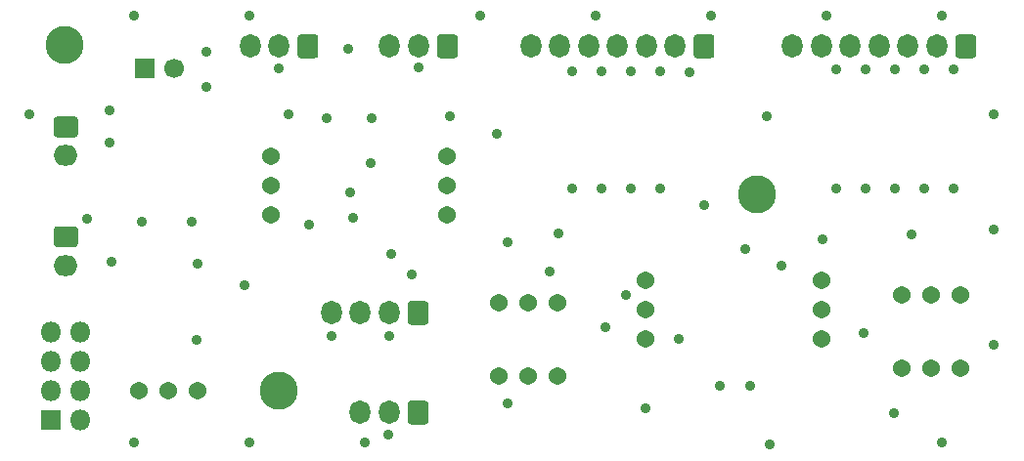
<source format=gbs>
G04 #@! TF.GenerationSoftware,KiCad,Pcbnew,(5.1.6)-1*
G04 #@! TF.CreationDate,2020-12-27T23:26:00+09:00*
G04 #@! TF.ProjectId,VUMeterAmp,56554d65-7465-4724-916d-702e6b696361,rev?*
G04 #@! TF.SameCoordinates,Original*
G04 #@! TF.FileFunction,Soldermask,Bot*
G04 #@! TF.FilePolarity,Negative*
%FSLAX46Y46*%
G04 Gerber Fmt 4.6, Leading zero omitted, Abs format (unit mm)*
G04 Created by KiCad (PCBNEW (5.1.6)-1) date 2020-12-27 23:26:00*
%MOMM*%
%LPD*%
G01*
G04 APERTURE LIST*
%ADD10O,2.100000X1.800000*%
%ADD11C,3.300000*%
%ADD12O,1.800000X2.050000*%
%ADD13C,1.540000*%
%ADD14O,1.800000X1.800000*%
%ADD15R,1.800000X1.800000*%
%ADD16C,1.700000*%
%ADD17R,1.700000X1.700000*%
%ADD18C,0.900000*%
G04 APERTURE END LIST*
D10*
X104140000Y-113625000D03*
G36*
G01*
X103354706Y-110225000D02*
X104925294Y-110225000D01*
G75*
G02*
X105190000Y-110489706I0J-264706D01*
G01*
X105190000Y-111760294D01*
G75*
G02*
X104925294Y-112025000I-264706J0D01*
G01*
X103354706Y-112025000D01*
G75*
G02*
X103090000Y-111760294I0J264706D01*
G01*
X103090000Y-110489706D01*
G75*
G02*
X103354706Y-110225000I264706J0D01*
G01*
G37*
D11*
X164000000Y-117000000D03*
X104000000Y-104000000D03*
X122555000Y-134000000D03*
D10*
X104140000Y-123150000D03*
G36*
G01*
X103354706Y-119750000D02*
X104925294Y-119750000D01*
G75*
G02*
X105190000Y-120014706I0J-264706D01*
G01*
X105190000Y-121285294D01*
G75*
G02*
X104925294Y-121550000I-264706J0D01*
G01*
X103354706Y-121550000D01*
G75*
G02*
X103090000Y-121285294I0J264706D01*
G01*
X103090000Y-120014706D01*
G75*
G02*
X103354706Y-119750000I264706J0D01*
G01*
G37*
D12*
X127120000Y-127254000D03*
X129620000Y-127254000D03*
X132120000Y-127254000D03*
G36*
G01*
X135520000Y-126493706D02*
X135520000Y-128014294D01*
G75*
G02*
X135255294Y-128279000I-264706J0D01*
G01*
X133984706Y-128279000D01*
G75*
G02*
X133720000Y-128014294I0J264706D01*
G01*
X133720000Y-126493706D01*
G75*
G02*
X133984706Y-126229000I264706J0D01*
G01*
X135255294Y-126229000D01*
G75*
G02*
X135520000Y-126493706I0J-264706D01*
G01*
G37*
D13*
X110490000Y-133985000D03*
X113030000Y-133985000D03*
X115570000Y-133985000D03*
X154305000Y-129540000D03*
X154305000Y-127000000D03*
X154305000Y-124460000D03*
X169545000Y-129540000D03*
X169545000Y-127000000D03*
X169545000Y-124460000D03*
X141605000Y-132715000D03*
X144145000Y-132715000D03*
X146685000Y-132715000D03*
X141605000Y-126365000D03*
X144145000Y-126365000D03*
X146685000Y-126365000D03*
X121920000Y-118745000D03*
X121920000Y-116205000D03*
X121920000Y-113665000D03*
X137160000Y-118745000D03*
X137160000Y-116205000D03*
X137160000Y-113665000D03*
X181610000Y-132080000D03*
X179070000Y-132080000D03*
X176530000Y-132080000D03*
X181610000Y-125730000D03*
X179070000Y-125730000D03*
X176530000Y-125730000D03*
D14*
X105410000Y-128905000D03*
X102870000Y-128905000D03*
X105410000Y-131445000D03*
X102870000Y-131445000D03*
X105410000Y-133985000D03*
X102870000Y-133985000D03*
X105410000Y-136525000D03*
D15*
X102870000Y-136525000D03*
D12*
X129620000Y-135890000D03*
X132120000Y-135890000D03*
G36*
G01*
X135520000Y-135129706D02*
X135520000Y-136650294D01*
G75*
G02*
X135255294Y-136915000I-264706J0D01*
G01*
X133984706Y-136915000D01*
G75*
G02*
X133720000Y-136650294I0J264706D01*
G01*
X133720000Y-135129706D01*
G75*
G02*
X133984706Y-134865000I264706J0D01*
G01*
X135255294Y-134865000D01*
G75*
G02*
X135520000Y-135129706I0J-264706D01*
G01*
G37*
X144385000Y-104140000D03*
X146885000Y-104140000D03*
X149385000Y-104140000D03*
X151885000Y-104140000D03*
X154385000Y-104140000D03*
X156885000Y-104140000D03*
G36*
G01*
X160285000Y-103379706D02*
X160285000Y-104900294D01*
G75*
G02*
X160020294Y-105165000I-264706J0D01*
G01*
X158749706Y-105165000D01*
G75*
G02*
X158485000Y-104900294I0J264706D01*
G01*
X158485000Y-103379706D01*
G75*
G02*
X158749706Y-103115000I264706J0D01*
G01*
X160020294Y-103115000D01*
G75*
G02*
X160285000Y-103379706I0J-264706D01*
G01*
G37*
X167045000Y-104140000D03*
X169545000Y-104140000D03*
X172045000Y-104140000D03*
X174545000Y-104140000D03*
X177045000Y-104140000D03*
X179545000Y-104140000D03*
G36*
G01*
X182945000Y-103379706D02*
X182945000Y-104900294D01*
G75*
G02*
X182680294Y-105165000I-264706J0D01*
G01*
X181409706Y-105165000D01*
G75*
G02*
X181145000Y-104900294I0J264706D01*
G01*
X181145000Y-103379706D01*
G75*
G02*
X181409706Y-103115000I264706J0D01*
G01*
X182680294Y-103115000D01*
G75*
G02*
X182945000Y-103379706I0J-264706D01*
G01*
G37*
X132160000Y-104140000D03*
X134660000Y-104140000D03*
G36*
G01*
X138060000Y-103379706D02*
X138060000Y-104900294D01*
G75*
G02*
X137795294Y-105165000I-264706J0D01*
G01*
X136524706Y-105165000D01*
G75*
G02*
X136260000Y-104900294I0J264706D01*
G01*
X136260000Y-103379706D01*
G75*
G02*
X136524706Y-103115000I264706J0D01*
G01*
X137795294Y-103115000D01*
G75*
G02*
X138060000Y-103379706I0J-264706D01*
G01*
G37*
X120095000Y-104140000D03*
X122595000Y-104140000D03*
G36*
G01*
X125995000Y-103379706D02*
X125995000Y-104900294D01*
G75*
G02*
X125730294Y-105165000I-264706J0D01*
G01*
X124459706Y-105165000D01*
G75*
G02*
X124195000Y-104900294I0J264706D01*
G01*
X124195000Y-103379706D01*
G75*
G02*
X124459706Y-103115000I264706J0D01*
G01*
X125730294Y-103115000D01*
G75*
G02*
X125995000Y-103379706I0J-264706D01*
G01*
G37*
D16*
X113500000Y-106045000D03*
D17*
X111000000Y-106045000D03*
D18*
X132080000Y-137795000D03*
X132143500Y-129222500D03*
X127127000Y-129222500D03*
X119570500Y-124841000D03*
X115443000Y-129603500D03*
X108077000Y-122809000D03*
X115570000Y-122999500D03*
X129032000Y-118999000D03*
X132334000Y-122110500D03*
X126746000Y-110363000D03*
X123444000Y-110045500D03*
X122555000Y-106045000D03*
X128587500Y-104330500D03*
X134683500Y-105981500D03*
X130619500Y-110363000D03*
X142367000Y-135064500D03*
X154305000Y-135509000D03*
X145986500Y-123634500D03*
X142367000Y-121094500D03*
X147955000Y-106299000D03*
X150495000Y-106299000D03*
X153035000Y-106299000D03*
X155575000Y-106299000D03*
X158115000Y-106362500D03*
X147955000Y-116459000D03*
X153035000Y-116459000D03*
X150495000Y-116459000D03*
X155575000Y-116459000D03*
X159385000Y-117919500D03*
X170815000Y-106172000D03*
X173355000Y-106172000D03*
X175895000Y-106172000D03*
X178435000Y-106172000D03*
X180975000Y-106172000D03*
X170815000Y-116459000D03*
X173355000Y-116459000D03*
X175895000Y-116459000D03*
X178435000Y-116459000D03*
X180975000Y-116459000D03*
X177355500Y-120459500D03*
X160782000Y-133540500D03*
X163385500Y-133540500D03*
X162941000Y-121729500D03*
X175831500Y-135953500D03*
X165100000Y-138684000D03*
X105981500Y-119126000D03*
X101000000Y-110000000D03*
X110000000Y-138500000D03*
X120000000Y-138500000D03*
X130000000Y-138500000D03*
X180000000Y-138500000D03*
X184500000Y-130000000D03*
X184500000Y-120000000D03*
X184500000Y-110000000D03*
X110000000Y-101500000D03*
X120000000Y-101500000D03*
X140000000Y-101500000D03*
X150000000Y-101500000D03*
X160000000Y-101500000D03*
X170000000Y-101500000D03*
X180000000Y-101500000D03*
X152654000Y-125730000D03*
X141478000Y-111760000D03*
X125222000Y-119634000D03*
X146812000Y-120396000D03*
X169672000Y-120904000D03*
X173228000Y-129032000D03*
X150876000Y-128524000D03*
X116332000Y-107696000D03*
X116332000Y-104648000D03*
X107950000Y-112522000D03*
X107950000Y-109728000D03*
X110744000Y-119380000D03*
X115062000Y-119380000D03*
X130556000Y-114300000D03*
X166116000Y-123190000D03*
X134112000Y-123952000D03*
X157226000Y-129540000D03*
X164846000Y-110236000D03*
X128778000Y-116840000D03*
X137414000Y-110236000D03*
M02*

</source>
